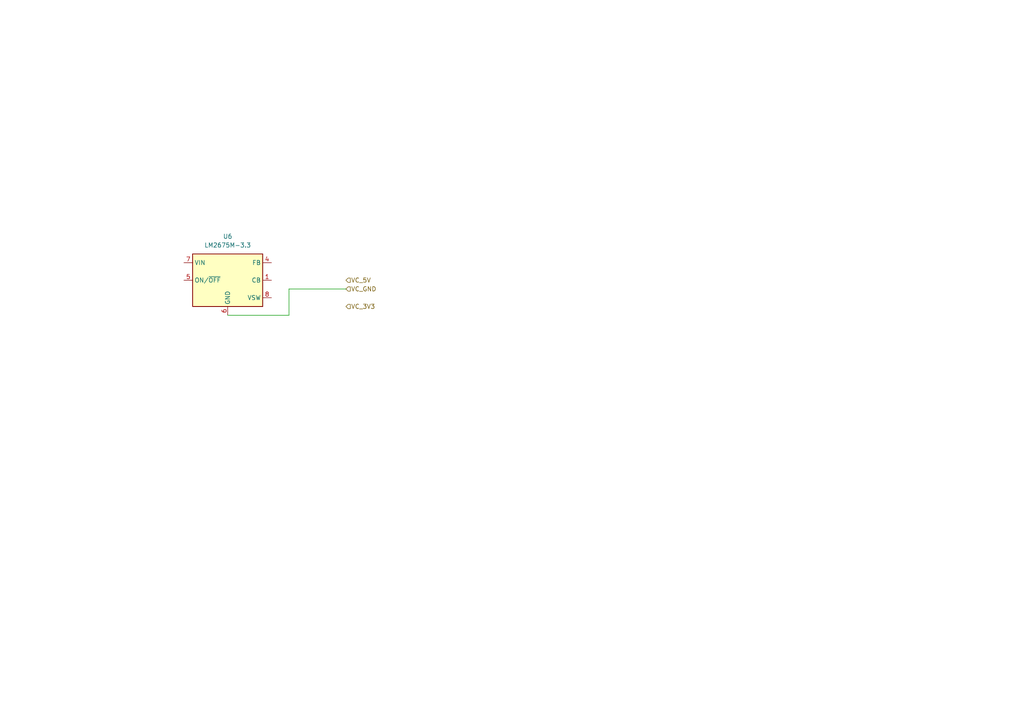
<source format=kicad_sch>
(kicad_sch (version 20250114) (generator "eeschema") (generator_version "9.0")
  (paper "A4")
  (lib_symbols
    (symbol "Regulator_Switching:LM2675M-3.3"
      (property "Reference" "U" (at -10.16 8.89 0))
      (property "Value" "LM2675M-3.3" (at 0 8.89 0))
      (symbol "LM2675M-3.3_0_1"
        (rectangle (start -10.16 7.62) (end 10.16 -7.62) (stroke (width 0.254)) (fill (type background)))
      )
      (symbol "LM2675M-3.3_1_1"
        (pin power_in line (at -12.7 5.08 0) (length 2.54) (name "VIN") (number "7"))
        (pin input line (at -12.7 0 0) (length 2.54) (name "ON/~{OFF}") (number "5"))
        (pin no_connect line (at -10.16 -2.54 0) (length 2.54) (hide yes) (name "NC") (number "2"))
        (pin no_connect line (at -10.16 -5.08 0) (length 2.54) (hide yes) (name "NC") (number "3"))
        (pin power_in line (at 0 -10.16 90) (length 2.54) (name "GND") (number "6"))
        (pin input line (at 12.7 5.08 180) (length 2.54) (name "FB") (number "4"))
        (pin input line (at 12.7 0 180) (length 2.54) (name "CB") (number "1"))
        (pin output line (at 12.7 -5.08 180) (length 2.54) (name "VSW") (number "8"))
      )
    )
  )
  (wire (pts (xy 83.82 91.44) (xy 66.04 91.44)))
  (wire (pts (xy 100.33 83.82) (xy 83.82 83.82)))
  (wire (pts (xy 83.82 83.82) (xy 83.82 91.44)))
  (hierarchical_label "VC_GND" (shape input) (at 100.33 83.82 0))
  (hierarchical_label "VC_5V" (shape input) (at 100.33 81.28 0))
  (hierarchical_label "VC_3V3" (shape input) (at 100.33 88.9 0))
  (symbol (lib_id "Regulator_Switching:LM2675M-3.3") (at 66.04 81.28 0) (unit 1)
    (property "Reference" "U6" (at 66.04 68.58 0))
    (property "Value" "LM2675M-3.3" (at 66.04 71.12 0))
    (property "Footprint" "Package_SO:SOIC-8_3.9x4.9mm_P1.27mm" (effects (hide yes)))
    (property "Datasheet" "http://www.ti.com/lit/ds/symlink/lm2675.pdf" (effects (hide yes)))
    (property "Description" "3.3V, 1A Step-Down Voltage Regulator, SO-8" (effects (hide yes)))
  )
)
</source>
